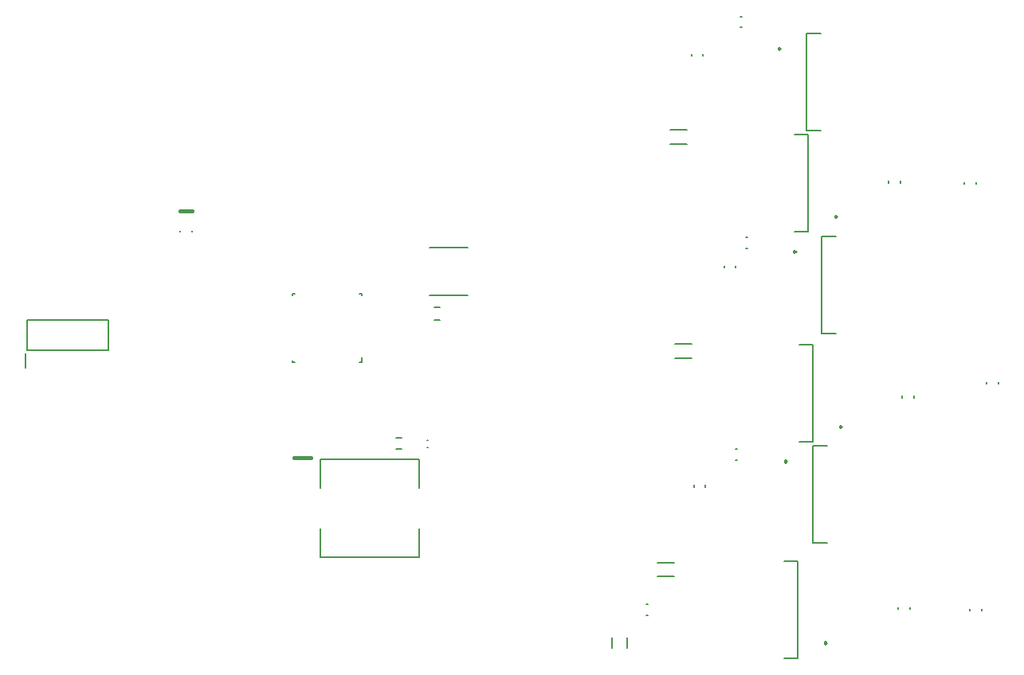
<source format=gto>
G04*
G04 #@! TF.GenerationSoftware,Altium Limited,Altium Designer,19.1.8 (144)*
G04*
G04 Layer_Color=65535*
%FSLAX25Y25*%
%MOIN*%
G70*
G01*
G75*
%ADD10C,0.00394*%
%ADD11C,0.00984*%
%ADD12C,0.00787*%
%ADD13C,0.01575*%
D10*
X162047Y318839D02*
D03*
X176319Y319429D02*
D03*
X147776Y318740D02*
D03*
D11*
X356398Y218661D02*
X355659Y219088D01*
Y218235D01*
X356398Y218661D01*
X360083Y306437D02*
X359345Y306863D01*
Y306011D01*
X360083Y306437D01*
X353697Y391437D02*
X352959Y391863D01*
Y391011D01*
X353697Y391437D01*
X372933Y142559D02*
X372195Y142985D01*
Y142133D01*
X372933Y142559D01*
X379287Y233063D02*
X378549Y233489D01*
Y232637D01*
X379287Y233063D01*
X377287Y321063D02*
X376549Y321489D01*
Y320637D01*
X377287Y321063D01*
D12*
X317736Y207858D02*
Y208646D01*
X322264Y207858D02*
Y208646D01*
X38472Y265201D02*
Y277799D01*
X72528D01*
Y265201D02*
Y277799D01*
X38472Y265201D02*
X72528D01*
X37843Y257819D02*
Y263823D01*
X283268Y140551D02*
Y144882D01*
X289567Y140551D02*
Y144882D01*
X367323Y184449D02*
X373228D01*
X367323D02*
Y225000D01*
X373228D01*
X371008Y272224D02*
X376913D01*
X371008D02*
Y312776D01*
X376913D01*
X364622Y357224D02*
X370528D01*
X364622D02*
Y397776D01*
X370528D01*
X102539Y314799D02*
Y315201D01*
X107461Y314799D02*
Y315201D01*
X297539Y158760D02*
X298327D01*
X297539Y154232D02*
X298327D01*
X302264Y176181D02*
X309350D01*
X302264Y170276D02*
X309350D01*
X309449Y267717D02*
X316535D01*
X309449Y261811D02*
X316535D01*
X307480Y357283D02*
X314567D01*
X307480Y351378D02*
X314567D01*
X437945Y156122D02*
Y156909D01*
X433024Y156122D02*
Y156909D01*
X444961Y250965D02*
Y251752D01*
X440039Y250965D02*
Y251752D01*
X435461Y334606D02*
Y335394D01*
X430539Y334606D02*
Y335394D01*
X355118Y176772D02*
X361024D01*
Y136221D02*
Y176772D01*
X355118Y136221D02*
X361024D01*
X361472Y267276D02*
X367378D01*
Y226724D02*
Y267276D01*
X361472Y226724D02*
X367378D01*
X359472Y355276D02*
X365378D01*
Y314724D02*
Y355276D01*
X359472Y314724D02*
X365378D01*
X334941Y223721D02*
X335728D01*
X334941Y219193D02*
X335728D01*
X339173Y312303D02*
X339961D01*
X339173Y307776D02*
X339961D01*
X336910Y404823D02*
X337697D01*
X336910Y400295D02*
X337697D01*
X403024Y156622D02*
Y157409D01*
X407945Y156622D02*
Y157409D01*
X404539Y245248D02*
Y246035D01*
X409461Y245248D02*
Y246035D01*
X399039Y335248D02*
Y336035D01*
X403961Y335248D02*
Y336035D01*
X334941Y299803D02*
Y300590D01*
X330413Y299803D02*
Y300590D01*
X321161Y388386D02*
Y389173D01*
X316634Y388386D02*
Y389173D01*
X177642Y288870D02*
X178429D01*
Y288083D02*
Y288870D01*
X149689D02*
X150476D01*
X149689Y288083D02*
Y288870D01*
Y260130D02*
Y260917D01*
Y260130D02*
X150476D01*
X178429D02*
Y262098D01*
X177642Y260130D02*
X178429D01*
X208819Y283157D02*
X211181D01*
X208819Y277842D02*
X211181D01*
X206929Y287961D02*
X223071D01*
X206929Y308039D02*
X223071D01*
X161331Y219472D02*
X202669D01*
X161331Y178528D02*
X202669D01*
X161331Y207465D02*
Y219472D01*
X202669Y207465D02*
Y219472D01*
X161331Y178528D02*
Y190535D01*
X202669Y178528D02*
Y190535D01*
X192819Y223736D02*
X195181D01*
X192819Y228264D02*
X195181D01*
X205953Y224425D02*
X206347D01*
X205953Y227575D02*
X206347D01*
D13*
X102500Y323500D02*
X107500D01*
X150236Y220177D02*
X157244D01*
M02*

</source>
